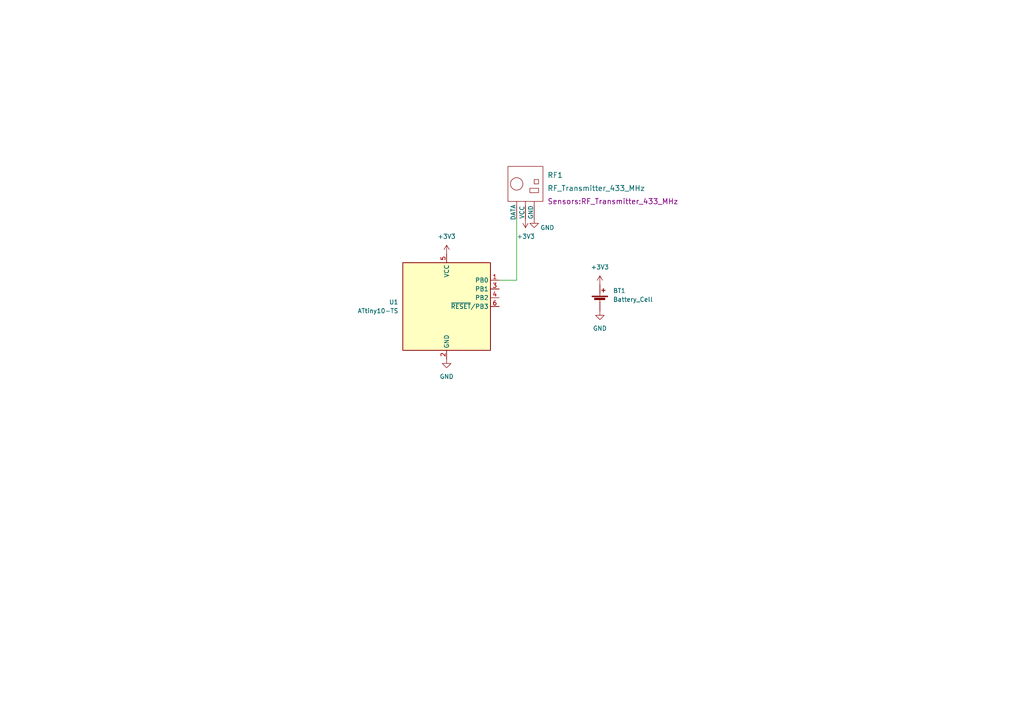
<source format=kicad_sch>
(kicad_sch (version 20211123) (generator eeschema)
  (paper "A4")
  (lib_symbols
    (symbol "Device:Battery_Cell" (pin_numbers hide) (pin_names (offset 0) hide)
      (property "Reference" "BT" (at 2.54 2.54 0))
      (property "Value" "Battery_Cell" (at 2.54 0 0))
      (symbol "Battery_Cell_0_1"
        (rectangle (start -2.286 1.778) (end 2.286 1.524) (fill (type outline)))
        (rectangle (start -1.5748 1.1938) (end 1.4732 0.6858) (fill (type outline)))
        (polyline (pts (xy 0 0.762) (xy 0 0)))
        (polyline (pts (xy 0 1.778) (xy 0 2.54)))
        (polyline (pts (xy 0.508 3.429) (xy 1.524 3.429)) (stroke (width 0.254)))
        (polyline (pts (xy 1.016 3.937) (xy 1.016 2.921)) (stroke (width 0.254)))
      )
      (symbol "Battery_Cell_1_1"
        (pin passive line (at 0 5.08 270) (length 2.54) (name "+") (number "1"))
        (pin passive line (at 0 -2.54 90) (length 2.54) (name "-") (number "2"))
      )
    )
    (symbol "MCU_Microchip_ATtiny:ATtiny10-TS"
      (property "Reference" "U" (at -12.7 13.97 0))
      (property "Value" "ATtiny10-TS" (at 2.54 -13.97 0))
      (symbol "ATtiny10-TS_0_1"
        (rectangle (start -12.7 -12.7) (end 12.7 12.7) (stroke (width 0.254)) (fill (type background)))
      )
      (symbol "ATtiny10-TS_1_1"
        (pin bidirectional line (at 15.24 7.62 180) (length 2.54) (name "PB0") (number "1"))
        (pin power_in line (at 0 -15.24 90) (length 2.54) (name "GND") (number "2"))
        (pin bidirectional line (at 15.24 5.08 180) (length 2.54) (name "PB1") (number "3"))
        (pin bidirectional line (at 15.24 2.54 180) (length 2.54) (name "PB2") (number "4"))
        (pin power_in line (at 0 15.24 270) (length 2.54) (name "VCC") (number "5"))
        (pin bidirectional line (at 15.24 0 180) (length 2.54) (name "~{RESET}/PB3") (number "6"))
      )
    )
    (symbol "power:+3V3" (power) (pin_names (offset 0))
      (property "Value" "+3V3" (at 0 3.556 0))
      (symbol "+3V3_0_1"
        (polyline (pts (xy -0.762 1.27) (xy 0 2.54)))
        (polyline (pts (xy 0 0) (xy 0 2.54)))
        (polyline (pts (xy 0 2.54) (xy 0.762 1.27)))
      )
      (symbol "+3V3_1_1"
        (pin power_in line (at 0 0 90) (length 0) hide (name "+3V3") (number "1"))
      )
    )
    (symbol "power:GND" (power) (pin_names (offset 0))
      (property "Value" "GND" (at 0 -3.81 0))
      (symbol "GND_0_1"
        (polyline (pts (xy 0 0) (xy 0 -1.27) (xy 1.27 -1.27) (xy 0 -2.54) (xy -1.27 -1.27) (xy 0 -1.27)))
      )
      (symbol "GND_1_1"
        (pin power_in line (at 0 0 270) (length 0) hide (name "GND") (number "1"))
      )
    )
    (symbol "sensors:RF_Transmitter_433_MHz" (pin_numbers hide) (pin_names (offset 0))
      (property "Reference" "RF" (at 0 20.32 0))
      (property "Value" "RF_Transmitter_433_MHz" (at 0 17.78 0))
      (symbol "RF_Transmitter_433_MHz_0_1"
        (rectangle (start -5.08 5.08) (end 5.08 15.24))
        (circle (center -2.54 10.16) (radius 1.8034))
        (polyline (pts (xy -2.54 3.81) (xy -2.54 5.08)))
        (polyline (pts (xy 0 3.81) (xy 0 5.08)))
        (polyline (pts (xy 2.54 3.81) (xy 2.54 5.08)))
        (rectangle (start 3.81 8.89) (end 1.27 7.62))
        (rectangle (start 3.81 11.43) (end 2.54 10.16))
      )
      (symbol "RF_Transmitter_433_MHz_1_1"
        (pin input line (at -2.54 0 90) (length 3.81) (name "DATA") (number "1"))
        (pin power_in line (at 0 0 90) (length 3.81) (name "VCC") (number "2"))
        (pin power_in line (at 2.54 0 90) (length 3.81) (name "GND") (number "3"))
      )
    )
  )
  (wire (pts (xy 149.86 63.5) (xy 149.86 81.28)))
  (wire (pts (xy 149.86 81.28) (xy 144.78 81.28)))
  (symbol (lib_id "power:GND") (at 173.99 90.17 0) (unit 1)
    (property "Reference" "#PWR0105" (effects hide))
    (property "Value" "GND" (at 173.99 95.25 0))
  )
  (symbol (lib_id "power:GND") (at 154.94 63.5 0) (unit 1)
    (property "Reference" "#PWR0104" (effects hide))
    (property "Value" "GND" (at 158.75 66.04 0))
  )
  (symbol (lib_id "Device:Battery_Cell") (at 173.99 87.63 0) (unit 1)
    (property "Reference" "BT1" (at 177.8 84.3279 0) (effects (justify left)))
    (property "Value" "Battery_Cell" (at 177.8 86.8679 0) (effects (justify left)))
    (property "Footprint" "Battery2:BatteryHolder_ComfortableElectronic_CH273-2450_1x2450" (effects hide))
  )
  (symbol (lib_id "power:+3V3") (at 152.4 63.5 180) (unit 1)
    (property "Reference" "#PWR0103" (effects hide))
    (property "Value" "+3V3" (at 149.86 68.58 0) (effects (justify right)))
  )
  (symbol (lib_id "power:GND") (at 129.54 104.14 0) (unit 1)
    (property "Reference" "#PWR0102" (effects hide))
    (property "Value" "GND" (at 129.54 109.22 0))
  )
  (symbol (lib_id "power:+3V3") (at 173.99 82.55 0) (unit 1)
    (property "Reference" "#PWR0106" (effects hide))
    (property "Value" "+3V3" (at 173.99 77.47 0))
  )
  (symbol (lib_id "MCU_Microchip_ATtiny:ATtiny10-TS") (at 129.54 88.9 0) (unit 1)
    (property "Reference" "U1" (at 115.57 87.6299 0) (effects (justify right)))
    (property "Value" "ATtiny10-TS" (at 115.57 90.1699 0) (effects (justify right)))
    (property "Footprint" "Package_TO_SOT_SMD:SOT-23-6" (effects hide))
    (property "Datasheet" "http://ww1.microchip.com/downloads/en/DeviceDoc/Atmel-8127-AVR-8-bit-Microcontroller-ATtiny4-ATtiny5-ATtiny9-ATtiny10_Datasheet.pdf" (effects hide))
  )
  (symbol (lib_id "sensors:RF_Transmitter_433_MHz") (at 152.4 63.5 0) (unit 1)
    (property "Reference" "RF1" (at 158.75 50.8 0) (effects (font (size 1.524 1.524)) (justify left)))
    (property "Value" "RF_Transmitter_433_MHz" (at 158.75 54.61 0) (effects (font (size 1.524 1.524)) (justify left)))
    (property "Footprint" "Sensors:RF_Transmitter_433_MHz" (at 158.75 58.42 0) (effects (font (size 1.524 1.524)) (justify left)))
  )
  (symbol (lib_id "power:+3V3") (at 129.54 73.66 0) (unit 1)
    (property "Reference" "#PWR0101" (effects hide))
    (property "Value" "+3V3" (at 129.54 68.58 0))
  )
)
</source>
